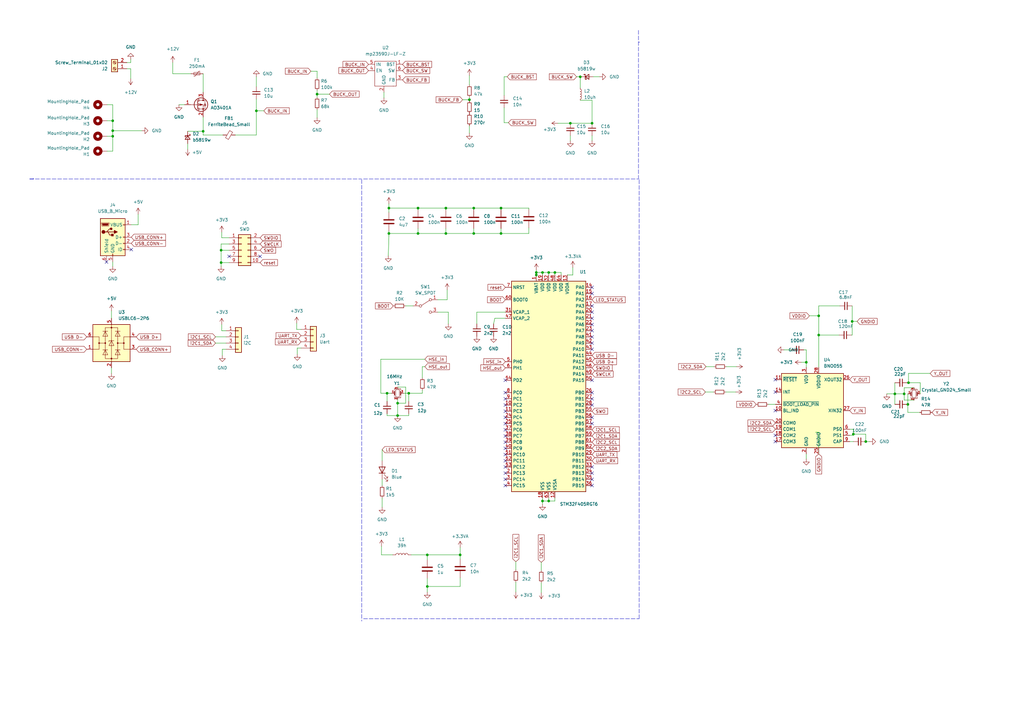
<source format=kicad_sch>
(kicad_sch (version 20211123) (generator eeschema)
  (paper "A3")
  (title_block (date "2022-01-30"))
  (lib_symbols
    (symbol "Connector:Screw_Terminal_01x02" (pin_names (offset 1.016) hide)
      (property "Reference" "J" (at 0 2.54 0))
      (property "Value" "Screw_Terminal_01x02" (at 0 -5.08 0))
      (symbol "Screw_Terminal_01x02_1_1"
        (pin passive line (at -5.08 0 0) (length 3.81) (name "Pin_1") (number "1"))
        (pin passive line (at -5.08 -2.54 0) (length 3.81) (name "Pin_2") (number "2"))
      )
    )
    (symbol "Connector:USB_B_Micro" (pin_names (offset 1.016))
      (property "Reference" "J" (at -5.08 11.43 0))
      (property "Value" "USB_B_Micro" (at -5.08 8.89 0))
      (symbol "USB_B_Micro_1_1"
        (pin power_out line (at 7.62 5.08 180) (length 2.54) (name "VBUS") (number "1"))
        (pin bidirectional line (at 7.62 -2.54 180) (length 2.54) (name "D-") (number "2"))
        (pin bidirectional line (at 7.62 0 180) (length 2.54) (name "D+") (number "3"))
        (pin passive line (at 7.62 -5.08 180) (length 2.54) (name "ID") (number "4"))
        (pin power_out line (at 0 -10.16 90) (length 2.54) (name "GND") (number "5"))
        (pin passive line (at -2.54 -10.16 90) (length 2.54) (name "Shield") (number "6"))
      )
    )
    (symbol "Connector_Generic:Conn_01x04" (pin_names (offset 1.016) hide)
      (property "Reference" "J" (at 0 5.08 0))
      (property "Value" "Conn_01x04" (at 0 -7.62 0))
      (symbol "Conn_01x04_1_1"
        (pin passive line (at -5.08 2.54 0) (length 3.81) (name "Pin_1") (number "1"))
        (pin passive line (at -5.08 0 0) (length 3.81) (name "Pin_2") (number "2"))
        (pin passive line (at -5.08 -2.54 0) (length 3.81) (name "Pin_3") (number "3"))
        (pin passive line (at -5.08 -5.08 0) (length 3.81) (name "Pin_4") (number "4"))
      )
    )
    (symbol "Connector_Generic:Conn_02x05_Odd_Even" (pin_names (offset 1.016) hide)
      (property "Reference" "J" (at 1.27 7.62 0))
      (property "Value" "Conn_02x05_Odd_Even" (at 1.27 -7.62 0))
      (symbol "Conn_02x05_Odd_Even_1_1"
        (pin passive line (at -5.08 5.08 0) (length 3.81) (name "Pin_1") (number "1"))
        (pin passive line (at 7.62 -5.08 180) (length 3.81) (name "Pin_10") (number "10"))
        (pin passive line (at 7.62 5.08 180) (length 3.81) (name "Pin_2") (number "2"))
        (pin passive line (at -5.08 2.54 0) (length 3.81) (name "Pin_3") (number "3"))
        (pin passive line (at 7.62 2.54 180) (length 3.81) (name "Pin_4") (number "4"))
        (pin passive line (at -5.08 0 0) (length 3.81) (name "Pin_5") (number "5"))
        (pin passive line (at 7.62 0 180) (length 3.81) (name "Pin_6") (number "6"))
        (pin passive line (at -5.08 -2.54 0) (length 3.81) (name "Pin_7") (number "7"))
        (pin passive line (at 7.62 -2.54 180) (length 3.81) (name "Pin_8") (number "8"))
        (pin passive line (at -5.08 -5.08 0) (length 3.81) (name "Pin_9") (number "9"))
      )
    )
    (symbol "Device:C" (pin_numbers hide) (pin_names (offset 0.254))
      (property "Reference" "C" (at 0.635 2.54 0))
      (property "Value" "C" (at 0.635 -2.54 0))
      (symbol "C_1_1"
        (pin passive line (at 0 3.81 270) (length 2.794) (name "~") (number "1"))
        (pin passive line (at 0 -3.81 90) (length 2.794) (name "~") (number "2"))
      )
    )
    (symbol "Device:C_Small" (pin_numbers hide) (pin_names (offset 0.254) hide)
      (property "Reference" "C" (at 0.254 1.778 0))
      (property "Value" "C_Small" (at 0.254 -2.032 0))
      (symbol "C_Small_1_1"
        (pin passive line (at 0 2.54 270) (length 2.032) (name "~") (number "1"))
        (pin passive line (at 0 -2.54 90) (length 2.032) (name "~") (number "2"))
      )
    )
    (symbol "Device:Crystal_GND24_Small" (pin_names (offset 1.016) hide)
      (property "Reference" "Y" (at 1.27 4.445 0))
      (property "Value" "Crystal_GND24_Small" (at 1.27 2.54 0))
      (symbol "Crystal_GND24_Small_1_1"
        (pin passive line (at -2.54 0 0) (length 1.27) (name "1") (number "1"))
        (pin passive line (at 0 -2.54 90) (length 0.635) (name "2") (number "2"))
        (pin passive line (at 2.54 0 180) (length 1.27) (name "3") (number "3"))
        (pin passive line (at 0 2.54 270) (length 0.635) (name "4") (number "4"))
      )
    )
    (symbol "Device:D_Schottky_Small" (pin_numbers hide) (pin_names (offset 0.254) hide)
      (property "Reference" "D" (at -1.27 2.032 0))
      (property "Value" "D_Schottky_Small" (at -7.112 -2.032 0))
      (symbol "D_Schottky_Small_1_1"
        (pin passive line (at -2.54 0 0) (length 1.778) (name "K") (number "1"))
        (pin passive line (at 2.54 0 180) (length 1.778) (name "A") (number "2"))
      )
    )
    (symbol "Device:FerriteBead_Small" (pin_numbers hide) (pin_names (offset 0))
      (property "Reference" "FB" (at 1.905 1.27 0))
      (property "Value" "FerriteBead_Small" (at 1.905 -1.27 0))
      (symbol "FerriteBead_Small_1_1"
        (pin passive line (at 0 2.54 270) (length 1.27) (name "~") (number "1"))
        (pin passive line (at 0 -2.54 90) (length 1.27) (name "~") (number "2"))
      )
    )
    (symbol "Device:L" (pin_numbers hide) (pin_names (offset 1.016) hide)
      (property "Reference" "L" (at -1.27 0 90))
      (property "Value" "L" (at 1.905 0 90))
      (symbol "L_1_1"
        (pin passive line (at 0 3.81 270) (length 1.27) (name "1") (number "1"))
        (pin passive line (at 0 -3.81 90) (length 1.27) (name "2") (number "2"))
      )
    )
    (symbol "Device:LED" (pin_numbers hide) (pin_names (offset 1.016) hide)
      (property "Reference" "D" (at 0 2.54 0))
      (property "Value" "LED" (at 0 -2.54 0))
      (symbol "LED_1_1"
        (pin passive line (at -3.81 0 0) (length 2.54) (name "K") (number "1"))
        (pin passive line (at 3.81 0 180) (length 2.54) (name "A") (number "2"))
      )
    )
    (symbol "Device:L_Small" (pin_numbers hide) (pin_names (offset 0.254) hide)
      (property "Reference" "L" (at 0.762 1.016 0))
      (property "Value" "L_Small" (at 0.762 -1.016 0))
      (symbol "L_Small_1_1"
        (pin passive line (at 0 2.54 270) (length 0.508) (name "~") (number "1"))
        (pin passive line (at 0 -2.54 90) (length 0.508) (name "~") (number "2"))
      )
    )
    (symbol "Device:Polyfuse_Small" (pin_numbers hide) (pin_names (offset 0))
      (property "Reference" "F" (at -1.905 0 90))
      (property "Value" "Polyfuse_Small" (at 1.905 0 90))
      (symbol "Polyfuse_Small_1_1"
        (pin passive line (at 0 2.54 270) (length 0.635) (name "~") (number "1"))
        (pin passive line (at 0 -2.54 90) (length 0.635) (name "~") (number "2"))
      )
    )
    (symbol "Device:R_Small" (pin_numbers hide) (pin_names (offset 0.254) hide)
      (property "Reference" "R" (at 0.762 0.508 0))
      (property "Value" "R_Small" (at 0.762 -1.016 0))
      (symbol "R_Small_1_1"
        (pin passive line (at 0 2.54 270) (length 0.762) (name "~") (number "1"))
        (pin passive line (at 0 -2.54 90) (length 0.762) (name "~") (number "2"))
      )
    )
    (symbol "MCU_ST_STM32F4:STM32F405RGTx"
      (property "Reference" "U" (at -15.24 44.45 0))
      (property "Value" "STM32F405RGTx" (at 10.16 44.45 0))
      (symbol "STM32F405RGTx_1_1"
        (pin power_in line (at -5.08 45.72 270) (length 2.54) (name "VBAT") (number "1"))
        (pin bidirectional line (at -17.78 -7.62 0) (length 2.54) (name "PC2") (number "10"))
        (pin bidirectional line (at -17.78 -10.16 0) (length 2.54) (name "PC3") (number "11"))
        (pin power_in line (at 2.54 -45.72 90) (length 2.54) (name "VSSA") (number "12"))
        (pin power_in line (at 7.62 45.72 270) (length 2.54) (name "VDDA") (number "13"))
        (pin bidirectional line (at 17.78 40.64 180) (length 2.54) (name "PA0") (number "14"))
        (pin bidirectional line (at 17.78 38.1 180) (length 2.54) (name "PA1") (number "15"))
        (pin bidirectional line (at 17.78 35.56 180) (length 2.54) (name "PA2") (number "16"))
        (pin bidirectional line (at 17.78 33.02 180) (length 2.54) (name "PA3") (number "17"))
        (pin power_in line (at -2.54 -45.72 90) (length 2.54) (name "VSS") (number "18"))
        (pin power_in line (at -2.54 45.72 270) (length 2.54) (name "VDD") (number "19"))
        (pin bidirectional line (at -17.78 -35.56 0) (length 2.54) (name "PC13") (number "2"))
        (pin bidirectional line (at 17.78 30.48 180) (length 2.54) (name "PA4") (number "20"))
        (pin bidirectional line (at 17.78 27.94 180) (length 2.54) (name "PA5") (number "21"))
        (pin bidirectional line (at 17.78 25.4 180) (length 2.54) (name "PA6") (number "22"))
        (pin bidirectional line (at 17.78 22.86 180) (length 2.54) (name "PA7") (number "23"))
        (pin bidirectional line (at -17.78 -12.7 0) (length 2.54) (name "PC4") (number "24"))
        (pin bidirectional line (at -17.78 -15.24 0) (length 2.54) (name "PC5") (number "25"))
        (pin bidirectional line (at 17.78 -2.54 180) (length 2.54) (name "PB0") (number "26"))
        (pin bidirectional line (at 17.78 -5.08 180) (length 2.54) (name "PB1") (number "27"))
        (pin bidirectional line (at 17.78 -7.62 180) (length 2.54) (name "PB2") (number "28"))
        (pin bidirectional line (at 17.78 -27.94 180) (length 2.54) (name "PB10") (number "29"))
        (pin bidirectional line (at -17.78 -38.1 0) (length 2.54) (name "PC14") (number "3"))
        (pin bidirectional line (at 17.78 -30.48 180) (length 2.54) (name "PB11") (number "30"))
        (pin power_in line (at -17.78 30.48 0) (length 2.54) (name "VCAP_1") (number "31"))
        (pin power_in line (at 0 45.72 270) (length 2.54) (name "VDD") (number "32"))
        (pin bidirectional line (at 17.78 -33.02 180) (length 2.54) (name "PB12") (number "33"))
        (pin bidirectional line (at 17.78 -35.56 180) (length 2.54) (name "PB13") (number "34"))
        (pin bidirectional line (at 17.78 -38.1 180) (length 2.54) (name "PB14") (number "35"))
        (pin bidirectional line (at 17.78 -40.64 180) (length 2.54) (name "PB15") (number "36"))
        (pin bidirectional line (at -17.78 -17.78 0) (length 2.54) (name "PC6") (number "37"))
        (pin bidirectional line (at -17.78 -20.32 0) (length 2.54) (name "PC7") (number "38"))
        (pin bidirectional line (at -17.78 -22.86 0) (length 2.54) (name "PC8") (number "39"))
        (pin bidirectional line (at -17.78 -40.64 0) (length 2.54) (name "PC15") (number "4"))
        (pin bidirectional line (at -17.78 -25.4 0) (length 2.54) (name "PC9") (number "40"))
        (pin bidirectional line (at 17.78 20.32 180) (length 2.54) (name "PA8") (number "41"))
        (pin bidirectional line (at 17.78 17.78 180) (length 2.54) (name "PA9") (number "42"))
        (pin bidirectional line (at 17.78 15.24 180) (length 2.54) (name "PA10") (number "43"))
        (pin bidirectional line (at 17.78 12.7 180) (length 2.54) (name "PA11") (number "44"))
        (pin bidirectional line (at 17.78 10.16 180) (length 2.54) (name "PA12") (number "45"))
        (pin bidirectional line (at 17.78 7.62 180) (length 2.54) (name "PA13") (number "46"))
        (pin power_in line (at -17.78 27.94 0) (length 2.54) (name "VCAP_2") (number "47"))
        (pin power_in line (at 2.54 45.72 270) (length 2.54) (name "VDD") (number "48"))
        (pin bidirectional line (at 17.78 5.08 180) (length 2.54) (name "PA14") (number "49"))
        (pin input line (at -17.78 10.16 0) (length 2.54) (name "PH0") (number "5"))
        (pin bidirectional line (at 17.78 2.54 180) (length 2.54) (name "PA15") (number "50"))
        (pin bidirectional line (at -17.78 -27.94 0) (length 2.54) (name "PC10") (number "51"))
        (pin bidirectional line (at -17.78 -30.48 0) (length 2.54) (name "PC11") (number "52"))
        (pin bidirectional line (at -17.78 -33.02 0) (length 2.54) (name "PC12") (number "53"))
        (pin bidirectional line (at -17.78 2.54 0) (length 2.54) (name "PD2") (number "54"))
        (pin bidirectional line (at 17.78 -10.16 180) (length 2.54) (name "PB3") (number "55"))
        (pin bidirectional line (at 17.78 -12.7 180) (length 2.54) (name "PB4") (number "56"))
        (pin bidirectional line (at 17.78 -15.24 180) (length 2.54) (name "PB5") (number "57"))
        (pin bidirectional line (at 17.78 -17.78 180) (length 2.54) (name "PB6") (number "58"))
        (pin bidirectional line (at 17.78 -20.32 180) (length 2.54) (name "PB7") (number "59"))
        (pin input line (at -17.78 7.62 0) (length 2.54) (name "PH1") (number "6"))
        (pin input line (at -17.78 35.56 0) (length 2.54) (name "BOOT0") (number "60"))
        (pin bidirectional line (at 17.78 -22.86 180) (length 2.54) (name "PB8") (number "61"))
        (pin bidirectional line (at 17.78 -25.4 180) (length 2.54) (name "PB9") (number "62"))
        (pin power_in line (at 0 -45.72 90) (length 2.54) (name "VSS") (number "63"))
        (pin power_in line (at 5.08 45.72 270) (length 2.54) (name "VDD") (number "64"))
        (pin input line (at -17.78 40.64 0) (length 2.54) (name "NRST") (number "7"))
        (pin bidirectional line (at -17.78 -2.54 0) (length 2.54) (name "PC0") (number "8"))
        (pin bidirectional line (at -17.78 -5.08 0) (length 2.54) (name "PC1") (number "9"))
      )
    )
    (symbol "Mechanical:MountingHole_Pad" (pin_numbers hide) (pin_names (offset 1.016) hide)
      (property "Reference" "H" (at 0 6.35 0))
      (property "Value" "MountingHole_Pad" (at 0 4.445 0))
      (symbol "MountingHole_Pad_1_1"
        (pin input line (at 0 -2.54 90) (length 2.54) (name "1") (number "1"))
      )
    )
    (symbol "Power_Protection:USBLC6-2P6" (pin_names hide)
      (property "Reference" "U" (at 2.54 8.89 0))
      (property "Value" "USBLC6-2P6" (at 2.54 -8.89 0))
      (symbol "USBLC6-2P6_1_1"
        (pin passive line (at -10.16 -2.54 0) (length 2.54) (name "I/O1") (number "1"))
        (pin passive line (at 0 -10.16 90) (length 2.54) (name "GND") (number "2"))
        (pin passive line (at 10.16 -2.54 180) (length 2.54) (name "I/O2") (number "3"))
        (pin passive line (at 10.16 2.54 180) (length 2.54) (name "I/O2") (number "4"))
        (pin passive line (at 0 10.16 270) (length 2.54) (name "VBUS") (number "5"))
        (pin passive line (at -10.16 2.54 0) (length 2.54) (name "I/O1") (number "6"))
      )
    )
    (symbol "Sensor_Motion:BNO055"
      (property "Reference" "U?" (at 4.5594 20.828 0))
      (property "Value" "BNO055" (at 4.5594 18.288 0))
      (symbol "BNO055_1_1"
        (pin no_connect line (at -12.7 10.16 0) (length 2.54) hide (name "PIN1") (number "1"))
        (pin output line (at -15.24 0 0) (length 2.54) (name "BL_IND") (number "10"))
        (pin input line (at -15.24 12.7 0) (length 2.54) (name "~{RESET}") (number "11"))
        (pin no_connect line (at 12.7 10.16 180) (length 2.54) hide (name "PIN12") (number "12"))
        (pin no_connect line (at 12.7 7.62 180) (length 2.54) hide (name "PIN13") (number "13"))
        (pin output line (at -15.24 7.62 0) (length 2.54) (name "INT") (number "14"))
        (pin passive line (at 1.27 -8.89 90) (length 2.54) hide (name "GNDIO") (number "16"))
        (pin input line (at -15.24 -12.7 0) (length 2.54) (name "COM3") (number "17"))
        (pin bidirectional line (at -15.24 -10.16 0) (length 2.54) (name "COM2") (number "18"))
        (pin bidirectional line (at -15.24 -7.62 0) (length 2.54) (name "COM1") (number "19"))
        (pin power_in line (at -2.54 -17.78 90) (length 2.54) (name "GND") (number "2"))
        (pin bidirectional line (at -15.24 -5.08 0) (length 2.54) (name "COM0") (number "20"))
        (pin no_connect line (at 12.7 5.08 180) (length 2.54) hide (name "PIN21") (number "21"))
        (pin no_connect line (at 12.7 2.54 180) (length 2.54) hide (name "PIN22") (number "22"))
        (pin no_connect line (at 12.7 -2.54 180) (length 2.54) hide (name "PIN23") (number "23"))
        (pin no_connect line (at 12.7 -5.08 180) (length 2.54) hide (name "PIN24") (number "24"))
        (pin power_in line (at 2.54 -17.78 90) (length 2.54) (name "GNDIO") (number "25"))
        (pin output line (at 15.24 12.7 180) (length 2.54) (name "XOUT32") (number "26"))
        (pin input line (at 15.24 0 180) (length 2.54) (name "XIN32") (number "27"))
        (pin power_in line (at 2.54 17.78 270) (length 2.54) (name "VDDIO") (number "28"))
        (pin power_in line (at -2.54 17.78 270) (length 2.54) (name "VDD") (number "3"))
        (pin input line (at -15.24 2.54 0) (length 2.54) (name "~{BOOT_LOAD_PIN}") (number "4"))
        (pin input line (at 15.24 -10.16 180) (length 2.54) (name "PS1") (number "5"))
        (pin input line (at 15.24 -7.62 180) (length 2.54) (name "PS0") (number "6"))
        (pin no_connect line (at -12.7 5.08 0) (length 2.54) hide (name "PIN7") (number "7"))
        (pin no_connect line (at -12.7 -2.54 0) (length 2.54) hide (name "PIN8") (number "8"))
        (pin passive line (at 15.24 -12.7 180) (length 2.54) (name "CAP") (number "9"))
      )
    )
    (symbol "Switch:SW_SPDT" (pin_names (offset 0) hide)
      (property "Reference" "SW" (at 0 4.318 0))
      (property "Value" "SW_SPDT" (at 0 -5.08 0))
      (symbol "SW_SPDT_1_1"
        (pin passive line (at 5.08 2.54 180) (length 2.54) (name "A") (number "1"))
        (pin passive line (at -5.08 0 0) (length 2.54) (name "B") (number "2"))
        (pin passive line (at 5.08 -2.54 180) (length 2.54) (name "C") (number "3"))
      )
    )
    (symbol "Transistor_FET:AO3401A" (pin_names hide)
      (property "Reference" "Q" (at 5.08 1.905 0))
      (property "Value" "AO3401A" (at 5.08 0 0))
      (symbol "AO3401A_1_1"
        (pin input line (at -5.08 0 0) (length 2.54) (name "G") (number "1"))
        (pin passive line (at 2.54 -5.08 90) (length 2.54) (name "S") (number "2"))
        (pin passive line (at 2.54 5.08 270) (length 2.54) (name "D") (number "3"))
      )
    )
    (symbol "mp2359:mp2359DJ-LF-Z" (in_bom no)
      (property "Reference" "U" (at -5.08 10.16 0))
      (property "Value" "mp2359DJ-LF-Z" (at -2.54 7.62 0))
      (symbol "mp2359DJ-LF-Z_1_1"
        (pin input line (at 7.62 3.81 180) (length 2.54) (name "BST") (number "1"))
        (pin input line (at 0 -7.62 90) (length 2.54) (name "GND") (number "2"))
        (pin input line (at 7.62 -2.54 180) (length 2.54) (name "FB") (number "3"))
        (pin input line (at -6.35 1.27 0) (length 2.54) (name "EN") (number "4"))
        (pin input line (at -6.35 3.81 0) (length 2.54) (name "IN") (number "5"))
        (pin input line (at 7.62 1.27 180) (length 2.54) (name "SW") (number "6"))
      )
    )
    (symbol "power:+12V" (power) (pin_names (offset 0))
      (property "Value" "+12V" (at 0 3.556 0))
      (symbol "+12V_1_1"
        (pin power_in line (at 0 0 90) (length 0) hide (name "+12V") (number "1"))
      )
    )
    (symbol "power:+3.3V" (power) (pin_names (offset 0))
      (property "Value" "+3.3V" (at 0 3.556 0))
      (symbol "+3.3V_1_1"
        (pin power_in line (at 0 0 90) (length 0) hide (name "+3V3") (number "1"))
      )
    )
    (symbol "power:+3.3VA" (power) (pin_names (offset 0))
      (property "Value" "+3.3VA" (at 0 3.556 0))
      (symbol "+3.3VA_1_1"
        (pin power_in line (at 0 0 90) (length 0) hide (name "+3.3VA") (number "1"))
      )
    )
    (symbol "power:+5V" (power) (pin_names (offset 0))
      (property "Value" "+5V" (at 0 3.556 0))
      (symbol "+5V_1_1"
        (pin power_in line (at 0 0 90) (length 0) hide (name "+5V") (number "1"))
      )
    )
    (symbol "power:GND" (power) (pin_names (offset 0))
      (property "Value" "GND" (at 0 -3.81 0))
      (symbol "GND_1_1"
        (pin power_in line (at 0 0 270) (length 0) hide (name "GND") (number "1"))
      )
    )
  )
  (junction (at 219.964 111.76))
  (junction (at 194.31 95.758))
  (junction (at 367.03 161.544))
  (junction (at 171.45 85.344))
  (junction (at 90.678 107.696))
  (junction (at 350.012 178.054))
  (junction (at 46.228 55.88))
  (junction (at 171.45 95.758))
  (junction (at 194.31 85.344))
  (junction (at 105.156 45.466))
  (junction (at 372.364 165.862))
  (junction (at 335.788 129.54))
  (junction (at 192.532 40.894))
  (junction (at 349.504 131.826))
  (junction (at 163.068 165.354))
  (junction (at 175.26 227.584))
  (junction (at 130.048 38.608))
  (junction (at 188.722 227.584))
  (junction (at 233.934 50.546))
  (junction (at 242.824 50.546))
  (junction (at 227.584 111.76))
  (junction (at 370.84 161.544))
  (junction (at 372.618 156.972))
  (junction (at 83.312 53.848))
  (junction (at 46.228 53.594))
  (junction (at 219.964 112.776))
  (junction (at 175.26 240.538))
  (junction (at 237.998 31.496))
  (junction (at 167.64 161.29))
  (junction (at 158.75 161.29))
  (junction (at 205.486 95.758))
  (junction (at 90.678 102.616))
  (junction (at 159.512 85.344))
  (junction (at 225.044 111.76))
  (junction (at 182.88 95.758))
  (junction (at 225.044 205.486))
  (junction (at 163.068 170.434))
  (junction (at 335.788 137.414))
  (junction (at 159.512 95.758))
  (junction (at 355.092 181.102))
  (junction (at 205.486 85.344))
  (junction (at 222.504 205.486))
  (junction (at 330.708 148.59))
  (junction (at 222.504 111.76))
  (junction (at 46.228 49.53))
  (junction (at 182.88 85.344))
  (no_connect (at 207.264 183.896))
  (no_connect (at 207.264 168.656))
  (no_connect (at 207.264 188.976))
  (no_connect (at 242.824 199.136))
  (no_connect (at 242.824 155.956))
  (no_connect (at 207.264 155.956))
  (no_connect (at 318.008 160.782))
  (no_connect (at 318.008 155.702))
  (no_connect (at 318.008 168.402))
  (no_connect (at 318.008 181.102))
  (no_connect (at 318.008 178.562))
  (no_connect (at 207.264 194.056))
  (no_connect (at 207.264 186.436))
  (no_connect (at 207.264 181.356))
  (no_connect (at 43.688 107.442))
  (no_connect (at 207.264 178.816))
  (no_connect (at 207.264 173.736))
  (no_connect (at 207.264 199.136))
  (no_connect (at 106.68 105.156))
  (no_connect (at 207.264 163.576))
  (no_connect (at 93.98 105.156))
  (no_connect (at 207.264 196.596))
  (no_connect (at 53.848 102.362))
  (no_connect (at 207.264 191.516))
  (no_connect (at 207.264 176.276))
  (no_connect (at 242.824 173.736))
  (no_connect (at 242.824 117.856))
  (no_connect (at 242.824 120.396))
  (no_connect (at 242.824 125.476))
  (no_connect (at 242.824 128.016))
  (no_connect (at 242.824 130.556))
  (no_connect (at 242.824 133.096))
  (no_connect (at 242.824 135.636))
  (no_connect (at 242.824 138.176))
  (no_connect (at 242.824 140.716))
  (no_connect (at 242.824 143.256))
  (no_connect (at 242.824 161.036))
  (no_connect (at 242.824 163.576))
  (no_connect (at 242.824 166.116))
  (no_connect (at 242.824 171.196))
  (no_connect (at 242.824 191.516))
  (no_connect (at 242.824 194.056))
  (no_connect (at 242.824 196.596))
  (no_connect (at 207.264 161.036))
  (no_connect (at 207.264 171.196))
  (no_connect (at 207.264 166.116))
  (wire (pts (xy 163.068 163.83) (xy 163.068 165.354)))
  (wire (pts (xy 367.03 161.544) (xy 367.03 165.862)))
  (wire (pts (xy 348.488 181.102) (xy 350.012 181.102)))
  (wire (pts (xy 216.916 85.344) (xy 216.916 85.852)))
  (wire (pts (xy 175.26 237.236) (xy 175.26 240.538)))
  (wire (pts (xy 188.722 224.536) (xy 188.722 227.584)))
  (wire (pts (xy 228.854 50.546) (xy 233.934 50.546)))
  (wire (pts (xy 175.26 240.538) (xy 175.26 242.824)))
  (wire (pts (xy 234.95 109.728) (xy 234.95 112.776)))
  (wire (pts (xy 221.996 239.014) (xy 221.996 243.078)))
  (wire (pts (xy 242.824 50.546) (xy 242.824 41.148)))
  (wire (pts (xy 163.068 165.354) (xy 163.068 170.434)))
  (wire (pts (xy 189.738 40.894) (xy 192.532 40.894)))
  (wire (pts (xy 194.31 85.344) (xy 205.486 85.344)))
  (wire (pts (xy 70.866 25.654) (xy 70.866 30.226)))
  (wire (pts (xy 156.464 227.584) (xy 161.036 227.584)))
  (wire (pts (xy 192.532 30.988) (xy 192.532 34.798)))
  (wire (pts (xy 330.708 143.51) (xy 329.692 143.51)))
  (wire (pts (xy 206.756 31.496) (xy 208.026 31.496)))
  (wire (pts (xy 349.504 125.476) (xy 349.504 131.826)))
  (wire (pts (xy 349.504 131.826) (xy 351.536 131.826)))
  (wire (pts (xy 233.934 50.546) (xy 242.824 50.546)))
  (wire (pts (xy 159.512 85.344) (xy 171.45 85.344)))
  (wire (pts (xy 46.228 55.88) (xy 43.942 55.88)))
  (wire (pts (xy 83.312 30.226) (xy 83.312 37.846)))
  (wire (pts (xy 334.518 177.292) (xy 335.788 177.292)))
  (wire (pts (xy 159.512 95.758) (xy 159.512 96.774)))
  (wire (pts (xy 289.56 150.368) (xy 292.862 150.368)))
  (wire (pts (xy 202.438 132.842) (xy 202.946 130.556)))
  (wire (pts (xy 158.75 161.29) (xy 158.75 164.592)))
  (wire (pts (xy 156.718 184.404) (xy 156.718 188.976)))
  (wire (pts (xy 348.488 176.022) (xy 350.012 176.022)))
  (wire (pts (xy 52.07 25.654) (xy 53.594 25.654)))
  (wire (pts (xy 167.64 161.29) (xy 173.228 161.29)))
  (wire (pts (xy 370.84 159.004) (xy 370.84 161.544)))
  (wire (pts (xy 156.21 147.32) (xy 156.21 161.29)))
  (wire (pts (xy 205.486 85.344) (xy 216.916 85.344)))
  (wire (pts (xy 233.934 55.626) (xy 233.934 57.658)))
  (wire (pts (xy 58.166 53.594) (xy 46.228 53.594)))
  (wire (pts (xy 219.964 110.744) (xy 219.964 111.76)))
  (wire (pts (xy 90.678 107.696) (xy 90.678 102.616)))
  (wire (pts (xy 227.584 111.76) (xy 227.584 112.776)))
  (wire (pts (xy 206.756 44.196) (xy 206.756 50.292)))
  (wire (pts (xy 194.31 95.758) (xy 205.486 95.758)))
  (wire (pts (xy 171.45 85.344) (xy 171.45 86.106)))
  (wire (pts (xy 222.504 111.76) (xy 222.504 112.776)))
  (wire (pts (xy 90.932 135.636) (xy 90.932 133.096)))
  (wire (pts (xy 163.068 158.75) (xy 166.37 158.75)))
  (wire (pts (xy 174.244 147.32) (xy 156.21 147.32)))
  (wire (pts (xy 321.564 143.51) (xy 324.612 143.51)))
  (wire (pts (xy 192.532 39.878) (xy 192.532 40.894)))
  (wire (pts (xy 160.528 161.29) (xy 158.75 161.29)))
  (wire (pts (xy 227.584 111.76) (xy 230.124 111.76)))
  (wire (pts (xy 46.228 42.926) (xy 46.228 49.53)))
  (wire (pts (xy 206.756 39.116) (xy 206.756 31.496)))
  (wire (pts (xy 92.71 135.636) (xy 90.932 135.636)))
  (wire (pts (xy 225.044 204.216) (xy 225.044 205.486)))
  (wire (pts (xy 88.392 140.716) (xy 92.71 140.716)))
  (wire (pts (xy 230.124 111.76) (xy 230.124 112.776)))
  (wire (pts (xy 46.228 55.88) (xy 46.228 61.976)))
  (wire (pts (xy 372.364 165.862) (xy 372.11 165.862)))
  (wire (pts (xy 90.932 97.536) (xy 90.932 95.25)))
  (wire (pts (xy 315.214 165.862) (xy 318.008 165.862)))
  (wire (pts (xy 182.88 95.758) (xy 194.31 95.758)))
  (wire (pts (xy 83.312 55.372) (xy 91.44 55.372)))
  (wire (pts (xy 188.722 236.982) (xy 188.722 240.538)))
  (polyline (pts (xy 261.874 17.272) (xy 262.382 17.272)))
  (wire (pts (xy 349.504 131.826) (xy 349.504 137.414)))
  (wire (pts (xy 335.788 125.476) (xy 344.424 125.476)))
  (wire (pts (xy 130.048 29.21) (xy 127.508 29.21)))
  (wire (pts (xy 158.75 170.434) (xy 163.068 170.434)))
  (wire (pts (xy 121.92 145.288) (xy 121.92 142.748)))
  (wire (pts (xy 222.504 205.486) (xy 225.044 205.486)))
  (wire (pts (xy 171.45 93.726) (xy 171.45 95.758)))
  (wire (pts (xy 297.688 160.782) (xy 301.752 160.782)))
  (wire (pts (xy 182.88 85.344) (xy 194.31 85.344)))
  (wire (pts (xy 222.504 204.216) (xy 222.504 205.486)))
  (wire (pts (xy 46.228 49.53) (xy 43.942 49.53)))
  (polyline (pts (xy 261.874 12.446) (xy 261.874 73.152)))
  (wire (pts (xy 76.962 58.928) (xy 76.962 61.214)))
  (wire (pts (xy 83.312 48.006) (xy 83.312 53.848)))
  (wire (pts (xy 222.504 205.486) (xy 222.504 206.756)))
  (wire (pts (xy 167.64 161.29) (xy 167.64 164.592)))
  (wire (pts (xy 167.64 169.672) (xy 167.64 170.434)))
  (wire (pts (xy 335.788 137.414) (xy 335.788 150.622)))
  (wire (pts (xy 344.17 137.414) (xy 335.788 137.414)))
  (wire (pts (xy 348.488 178.562) (xy 350.012 178.562)))
  (polyline (pts (xy 149.098 73.406) (xy 262.128 73.406)))
  (wire (pts (xy 335.788 125.476) (xy 335.788 129.54)))
  (wire (pts (xy 236.474 31.496) (xy 237.998 31.496)))
  (wire (pts (xy 372.618 156.972) (xy 377.444 156.972)))
  (wire (pts (xy 105.156 55.372) (xy 96.52 55.372)))
  (wire (pts (xy 175.26 229.616) (xy 175.26 227.584)))
  (wire (pts (xy 91.186 145.796) (xy 91.186 143.256)))
  (wire (pts (xy 121.666 135.128) (xy 121.666 132.588)))
  (wire (pts (xy 225.044 111.76) (xy 227.584 111.76)))
  (wire (pts (xy 297.942 150.368) (xy 302.006 150.368)))
  (polyline (pts (xy 149.098 253.746) (xy 262.128 253.746)))
  (wire (pts (xy 156.464 224.028) (xy 156.464 227.584)))
  (wire (pts (xy 330.708 150.622) (xy 330.708 148.59)))
  (wire (pts (xy 237.998 31.496) (xy 237.998 36.068)))
  (wire (pts (xy 159.512 95.758) (xy 171.45 95.758)))
  (wire (pts (xy 194.31 93.726) (xy 194.31 95.758)))
  (wire (pts (xy 192.532 40.894) (xy 192.532 41.402)))
  (wire (pts (xy 242.824 41.148) (xy 237.998 41.148)))
  (wire (pts (xy 370.84 161.544) (xy 370.84 164.084)))
  (wire (pts (xy 167.64 170.434) (xy 163.068 170.434)))
  (polyline (pts (xy 148.336 73.66) (xy 148.336 254.762)))
  (wire (pts (xy 158.75 169.672) (xy 158.75 170.434)))
  (wire (pts (xy 350.012 176.022) (xy 350.012 178.054)))
  (wire (pts (xy 381.508 153.162) (xy 372.618 153.162)))
  (wire (pts (xy 88.392 138.176) (xy 92.71 138.176)))
  (wire (pts (xy 188.722 227.584) (xy 188.722 229.362)))
  (wire (pts (xy 225.044 205.486) (xy 227.584 205.486)))
  (wire (pts (xy 206.756 50.292) (xy 208.534 50.292)))
  (wire (pts (xy 372.364 161.544) (xy 372.364 165.862)))
  (wire (pts (xy 83.312 53.848) (xy 83.312 55.372)))
  (wire (pts (xy 372.11 156.972) (xy 372.618 156.972)))
  (wire (pts (xy 53.848 92.202) (xy 56.642 92.202)))
  (wire (pts (xy 166.37 125.476) (xy 169.418 125.476)))
  (wire (pts (xy 91.186 143.256) (xy 92.71 143.256)))
  (wire (pts (xy 211.582 238.76) (xy 211.582 242.824)))
  (wire (pts (xy 227.584 205.486) (xy 227.584 204.216)))
  (wire (pts (xy 179.578 122.936) (xy 183.388 122.936)))
  (wire (pts (xy 43.942 42.926) (xy 46.228 42.926)))
  (wire (pts (xy 243.332 31.496) (xy 245.872 31.496)))
  (wire (pts (xy 202.946 130.556) (xy 207.264 130.556)))
  (wire (pts (xy 219.964 111.76) (xy 219.964 112.776)))
  (wire (pts (xy 331.978 129.54) (xy 335.788 129.54)))
  (wire (pts (xy 46.228 61.976) (xy 43.942 61.976)))
  (wire (pts (xy 168.656 227.584) (xy 175.26 227.584)))
  (wire (pts (xy 90.678 102.616) (xy 90.678 100.076)))
  (wire (pts (xy 205.486 85.344) (xy 205.486 86.106)))
  (wire (pts (xy 182.88 93.726) (xy 182.88 95.758)))
  (wire (pts (xy 130.048 44.958) (xy 130.048 48.26)))
  (wire (pts (xy 156.21 161.29) (xy 158.75 161.29)))
  (wire (pts (xy 166.37 158.75) (xy 166.37 165.354)))
  (polyline (pts (xy 12.192 73.406) (xy 13.716 73.406)))
  (wire (pts (xy 355.092 181.102) (xy 356.616 181.102)))
  (wire (pts (xy 173.228 154.94) (xy 173.228 150.368)))
  (wire (pts (xy 56.642 92.202) (xy 56.642 87.884)))
  (wire (pts (xy 123.444 135.128) (xy 121.666 135.128)))
  (polyline (pts (xy 13.716 73.406) (xy 13.716 73.152)))
  (wire (pts (xy 45.72 150.876) (xy 45.72 153.162)))
  (wire (pts (xy 205.486 93.726) (xy 205.486 95.758)))
  (wire (pts (xy 225.044 111.76) (xy 225.044 112.776)))
  (wire (pts (xy 46.228 53.594) (xy 46.228 55.88)))
  (wire (pts (xy 207.264 128.016) (xy 195.58 128.016)))
  (wire (pts (xy 219.964 111.76) (xy 222.504 111.76)))
  (wire (pts (xy 330.708 148.59) (xy 330.708 143.51)))
  (wire (pts (xy 46.228 49.53) (xy 46.228 53.594)))
  (wire (pts (xy 90.678 109.22) (xy 90.678 107.696)))
  (wire (pts (xy 179.578 128.016) (xy 183.896 128.016)))
  (wire (pts (xy 349.504 137.414) (xy 349.25 137.414)))
  (wire (pts (xy 165.608 161.29) (xy 167.64 161.29)))
  (wire (pts (xy 182.88 85.344) (xy 182.88 86.106)))
  (wire (pts (xy 363.728 161.544) (xy 367.03 161.544)))
  (wire (pts (xy 130.048 38.608) (xy 130.048 39.878)))
  (wire (pts (xy 93.98 97.536) (xy 90.932 97.536)))
  (wire (pts (xy 173.228 160.02) (xy 173.228 161.29)))
  (wire (pts (xy 130.048 38.608) (xy 135.128 38.608)))
  (wire (pts (xy 328.676 148.59) (xy 330.708 148.59)))
  (wire (pts (xy 53.594 25.654) (xy 53.594 24.384)))
  (wire (pts (xy 355.092 181.102) (xy 355.092 178.054)))
  (wire (pts (xy 173.228 150.368) (xy 174.244 150.368)))
  (wire (pts (xy 175.26 240.538) (xy 188.722 240.538)))
  (wire (pts (xy 237.998 31.496) (xy 238.252 31.496)))
  (wire (pts (xy 171.45 95.758) (xy 182.88 95.758)))
  (wire (pts (xy 183.896 128.016) (xy 183.896 132.842)))
  (wire (pts (xy 367.03 161.544) (xy 370.84 161.544)))
  (wire (pts (xy 242.824 55.626) (xy 242.824 57.658)))
  (wire (pts (xy 156.718 196.596) (xy 156.718 199.136)))
  (wire (pts (xy 289.306 160.782) (xy 292.608 160.782)))
  (wire (pts (xy 90.678 102.616) (xy 93.98 102.616)))
  (wire (pts (xy 105.156 45.466) (xy 108.204 45.466)))
  (wire (pts (xy 159.512 83.566) (xy 159.512 85.344)))
  (wire (pts (xy 370.84 164.084) (xy 374.904 164.084)))
  (wire (pts (xy 171.45 85.344) (xy 182.88 85.344)))
  (wire (pts (xy 175.26 227.584) (xy 188.722 227.584)))
  (wire (pts (xy 183.388 122.936) (xy 183.388 118.872)))
  (wire (pts (xy 73.406 42.926) (xy 75.692 42.926)))
  (wire (pts (xy 372.364 165.862) (xy 372.364 169.164)))
  (wire (pts (xy 194.31 85.344) (xy 194.31 86.106)))
  (wire (pts (xy 350.012 178.054) (xy 350.012 178.562)))
  (wire (pts (xy 211.582 230.378) (xy 211.582 233.68)))
  (wire (pts (xy 159.512 85.344) (xy 159.512 87.122)))
  (wire (pts (xy 130.048 32.004) (xy 130.048 29.21)))
  (wire (pts (xy 76.962 53.848) (xy 83.312 53.848)))
  (wire (pts (xy 234.95 112.776) (xy 232.664 112.776)))
  (wire (pts (xy 222.504 111.76) (xy 225.044 111.76)))
  (wire (pts (xy 121.92 142.748) (xy 123.444 142.748)))
  (wire (pts (xy 45.72 127.508) (xy 45.72 130.556)))
  (wire (pts (xy 335.788 177.292) (xy 335.788 186.182)))
  (wire (pts (xy 367.03 156.972) (xy 367.03 161.544)))
  (wire (pts (xy 90.678 107.696) (xy 93.98 107.696)))
  (wire (pts (xy 205.486 95.758) (xy 216.916 95.758)))
  (wire (pts (xy 335.788 129.54) (xy 335.788 137.414)))
  (wire (pts (xy 159.512 96.774) (xy 159.258 104.902)))
  (wire (pts (xy 70.866 30.226) (xy 78.232 30.226)))
  (wire (pts (xy 105.156 45.466) (xy 105.156 55.372)))
  (wire (pts (xy 53.594 28.194) (xy 53.594 32.258)))
  (wire (pts (xy 374.904 159.004) (xy 370.84 159.004)))
  (wire (pts (xy 156.718 204.216) (xy 156.718 208.026)))
  (wire (pts (xy 372.618 153.162) (xy 372.618 156.972)))
  (wire (pts (xy 221.996 230.632) (xy 221.996 233.934)))
  (wire (pts (xy 163.068 165.354) (xy 166.37 165.354)))
  (wire (pts (xy 355.092 178.054) (xy 350.012 178.054)))
  (wire (pts (xy 46.228 107.442) (xy 46.228 109.22)))
  (wire (pts (xy 219.964 112.776) (xy 219.964 113.03)))
  (wire (pts (xy 377.444 156.972) (xy 377.444 161.544)))
  (wire (pts (xy 52.07 28.194) (xy 53.594 28.194)))
  (wire (pts (xy 105.156 40.64) (xy 105.156 45.466)))
  (wire (pts (xy 195.58 128.016) (xy 195.58 132.842)))
  (wire (pts (xy 90.678 100.076) (xy 93.98 100.076)))
  (wire (pts (xy 192.532 51.562) (xy 192.532 54.61)))
  (wire (pts (xy 330.708 186.182) (xy 330.708 188.214)))
  (wire (pts (xy 105.156 31.496) (xy 105.156 35.56)))
  (wire (pts (xy 157.48 37.846) (xy 157.48 40.132)))
  (polyline (pts (xy 12.192 73.406) (xy 148.336 73.406)))
  (wire (pts (xy 377.19 169.164) (xy 372.364 169.164)))
  (wire (pts (xy 130.048 37.084) (xy 130.048 38.608)))
  (wire (pts (xy 216.916 95.758) (xy 216.916 93.472)))
  (polyline (pts (xy 262.128 253.746) (xy 262.128 73.406)))
  (wire (pts (xy 159.512 94.742) (xy 159.512 95.758)))
  (global_label "UART_TX" (shape input) (at 123.444 137.668 180) (property "Intersheet References" "${INTERSHEET_REFS}" (effects hide)))
  (global_label "USB_CONN-" (shape input) (at 53.848 99.822 0) (property "Intersheet References" "${INTERSHEET_REFS}" (effects hide)))
  (global_label "SWO" (shape input) (at 242.824 168.656 0) (property "Intersheet References" "${INTERSHEET_REFS}" (effects hide)))
  (global_label "BUCK_FB" (shape input) (at 165.1 32.766 0) (property "Intersheet References" "${INTERSHEET_REFS}" (effects hide)))
  (global_label "i2C2_SCL" (shape input) (at 242.824 181.356 0) (property "Intersheet References" "${INTERSHEET_REFS}" (effects hide)))
  (global_label "BUCK_OUT" (shape input) (at 151.13 28.956 180) (property "Intersheet References" "${INTERSHEET_REFS}" (effects hide)))
  (global_label "reset" (shape input) (at 207.264 117.856 180) (property "Intersheet References" "${INTERSHEET_REFS}" (effects hide)))
  (global_label "i2C2_SDA" (shape input) (at 318.008 173.482 180) (property "Intersheet References" "${INTERSHEET_REFS}" (effects hide)))
  (global_label "USB_CONN-" (shape input) (at 35.56 143.256 180) (property "Intersheet References" "${INTERSHEET_REFS}" (effects hide)))
  (global_label "i2C2_SDA" (shape input) (at 289.56 150.368 180) (property "Intersheet References" "${INTERSHEET_REFS}" (effects hide)))
  (global_label "GNDIO" (shape input) (at 335.788 186.182 270) (property "Intersheet References" "${INTERSHEET_REFS}" (effects hide)))
  (global_label "i2C2_SCL" (shape input) (at 318.008 176.022 180) (property "Intersheet References" "${INTERSHEET_REFS}" (effects hide)))
  (global_label "reset" (shape input) (at 106.68 107.696 0) (property "Intersheet References" "${INTERSHEET_REFS}" (effects hide)))
  (global_label "VDDIO" (shape input) (at 331.978 129.54 180) (property "Intersheet References" "${INTERSHEET_REFS}" (effects hide)))
  (global_label "BOOT" (shape input) (at 161.29 125.476 180) (property "Intersheet References" "${INTERSHEET_REFS}" (effects hide)))
  (global_label "SWCLK" (shape input) (at 106.68 100.076 0) (property "Intersheet References" "${INTERSHEET_REFS}" (effects hide)))
  (global_label "USB_CONN+" (shape input) (at 55.88 143.256 0) (property "Intersheet References" "${INTERSHEET_REFS}" (effects hide)))
  (global_label "SWO" (shape input) (at 106.68 102.616 0) (property "Intersheet References" "${INTERSHEET_REFS}" (effects hide)))
  (global_label "Y_OUT" (shape input) (at 381.508 153.162 0) (property "Intersheet References" "${INTERSHEET_REFS}" (effects hide)))
  (global_label "LED_STATUS" (shape input) (at 156.718 184.404 0) (property "Intersheet References" "${INTERSHEET_REFS}" (effects hide)))
  (global_label "USB D+" (shape input) (at 242.824 148.336 0) (property "Intersheet References" "${INTERSHEET_REFS}" (effects hide)))
  (global_label "Y_OUT" (shape input) (at 348.488 155.702 0) (property "Intersheet References" "${INTERSHEET_REFS}" (effects hide)))
  (global_label "BUCK_IN" (shape input) (at 108.204 45.466 0) (property "Intersheet References" "${INTERSHEET_REFS}" (effects hide)))
  (global_label "BUCK_OUT" (shape input) (at 135.128 38.608 0) (property "Intersheet References" "${INTERSHEET_REFS}" (effects hide)))
  (global_label "SWCLK" (shape input) (at 242.824 153.416 0) (property "Intersheet References" "${INTERSHEET_REFS}" (effects hide)))
  (global_label "BUCK_SW" (shape input) (at 165.1 28.956 0) (property "Intersheet References" "${INTERSHEET_REFS}" (effects hide)))
  (global_label "BUCK_IN" (shape input) (at 127.508 29.21 180) (property "Intersheet References" "${INTERSHEET_REFS}" (effects hide)))
  (global_label "UART_RX" (shape input) (at 123.444 140.208 180) (property "Intersheet References" "${INTERSHEET_REFS}" (effects hide)))
  (global_label "BUCK_BST" (shape input) (at 208.026 31.496 0) (property "Intersheet References" "${INTERSHEET_REFS}" (effects hide)))
  (global_label "BUCK_IN" (shape input) (at 151.13 26.416 180) (property "Intersheet References" "${INTERSHEET_REFS}" (effects hide)))
  (global_label "USB_CONN+" (shape input) (at 53.848 97.282 0) (property "Intersheet References" "${INTERSHEET_REFS}" (effects hide)))
  (global_label "HSE_out" (shape input) (at 207.264 150.876 180) (property "Intersheet References" "${INTERSHEET_REFS}" (effects hide)))
  (global_label "Y_IN" (shape input) (at 348.488 168.402 0) (property "Intersheet References" "${INTERSHEET_REFS}" (effects hide)))
  (global_label "LED_STATUS" (shape input) (at 242.824 122.936 0) (property "Intersheet References" "${INTERSHEET_REFS}" (effects hide)))
  (global_label "i2C1_SCL" (shape input) (at 211.582 230.378 90) (property "Intersheet References" "${INTERSHEET_REFS}" (effects hide)))
  (global_label "i2C1_SCL" (shape input) (at 88.392 138.176 180) (property "Intersheet References" "${INTERSHEET_REFS}" (effects hide)))
  (global_label "UART_RX" (shape input) (at 242.824 188.976 0) (property "Intersheet References" "${INTERSHEET_REFS}" (effects hide)))
  (global_label "USB D-" (shape input) (at 242.824 145.796 0) (property "Intersheet References" "${INTERSHEET_REFS}" (effects hide)))
  (global_label "BUCK_BST" (shape input) (at 165.1 26.416 0) (property "Intersheet References" "${INTERSHEET_REFS}" (effects hide)))
  (global_label "i2C2_SDA" (shape input) (at 242.824 183.896 0) (property "Intersheet References" "${INTERSHEET_REFS}" (effects hide)))
  (global_label "BOOT" (shape input) (at 207.264 122.936 180) (property "Intersheet References" "${INTERSHEET_REFS}" (effects hide)))
  (global_label "SWDIO" (shape input) (at 242.824 150.876 0) (property "Intersheet References" "${INTERSHEET_REFS}" (effects hide)))
  (global_label "i2C1_SDA" (shape input) (at 221.996 230.632 90) (property "Intersheet References" "${INTERSHEET_REFS}" (effects hide)))
  (global_label "BUCK_SW" (shape input) (at 236.474 31.496 180) (property "Intersheet References" "${INTERSHEET_REFS}" (effects hide)))
  (global_label "UART_TX" (shape input) (at 242.824 186.436 0) (property "Intersheet References" "${INTERSHEET_REFS}" (effects hide)))
  (global_label "i2C1_SCL" (shape input) (at 242.824 176.276 0) (property "Intersheet References" "${INTERSHEET_REFS}" (effects hide)))
  (global_label "i2C1_SDA" (shape input) (at 242.824 178.816 0) (property "Intersheet References" "${INTERSHEET_REFS}" (effects hide)))
  (global_label "VDDIO" (shape input) (at 310.134 165.862 180) (property "Intersheet References" "${INTERSHEET_REFS}" (effects hide)))
  (global_label "BUCK_SW" (shape input) (at 208.534 50.292 0) (property "Intersheet References" "${INTERSHEET_REFS}" (effects hide)))
  (global_label "HSE_in" (shape input) (at 207.264 148.336 180) (property "Intersheet References" "${INTERSHEET_REFS}" (effects hide)))
  (global_label "Y_IN" (shape input) (at 382.27 169.164 0) (property "Intersheet References" "${INTERSHEET_REFS}" (effects hide)))
  (global_label "SWDIO" (shape input) (at 106.68 97.536 0) (property "Intersheet References" "${INTERSHEET_REFS}" (effects hide)))
  (global_label "USB D-" (shape input) (at 35.56 138.176 180) (property "Intersheet References" "${INTERSHEET_REFS}" (effects hide)))
  (global_label "BUCK_FB" (shape input) (at 189.738 40.894 180) (property "Intersheet References" "${INTERSHEET_REFS}" (effects hide)))
  (global_label "HSE_out" (shape input) (at 174.244 150.368 0) (property "Intersheet References" "${INTERSHEET_REFS}" (effects hide)))
  (global_label "USB D+" (shape input) (at 55.88 138.176 0) (property "Intersheet References" "${INTERSHEET_REFS}" (effects hide)))
  (global_label "i2C1_SDA" (shape input) (at 88.392 140.716 180) (property "Intersheet References" "${INTERSHEET_REFS}" (effects hide)))
  (global_label "HSE_in" (shape input) (at 174.244 147.32 0) (property "Intersheet References" "${INTERSHEET_REFS}" (effects hide)))
  (global_label "GNDIO" (shape input) (at 351.536 131.826 0) (property "Intersheet References" "${INTERSHEET_REFS}" (effects hide)))
  (global_label "i2C2_SCL" (shape input) (at 289.306 160.782 180) (property "Intersheet References" "${INTERSHEET_REFS}" (effects hide)))
  (symbol (lib_id "Device:Crystal_GND24_Small") (at 374.904 161.544 0) (unit 1)
    (property "Reference" "Y2" (at 388.112 157.4038 0))
    (property "Value" "Crystal_GND24_Small" (at 388.112 159.9438 0))
  )
  (symbol (lib_id "Device:R_Small") (at 130.048 34.544 0) (unit 1)
    (property "Reference" "R6" (at 131.572 33.2739 0) (effects (justify left)))
    (property "Value" "100k" (at 131.572 35.8139 0) (effects (justify left)))
    (property "Footprint" "Resistor_SMD:R_0603_1608Metric" (effects hide))
  )
  (symbol (lib_id "power:GND") (at 105.156 31.496 180) (unit 1)
    (property "Reference" "#PWR024" (effects hide))
    (property "Value" "GND" (at 107.696 30.2259 0) (effects (justify right)))
  )
  (symbol (lib_id "Device:C_Small") (at 105.156 38.1 0) (unit 1)
    (property "Reference" "C13" (at 108.204 36.8362 0) (effects (justify left)))
    (property "Value" "10u" (at 108.204 39.3762 0) (effects (justify left)))
    (property "Footprint" "Capacitor_SMD:C_1206_3216Metric" (effects hide))
  )
  (symbol (lib_id "power:GND") (at 53.594 24.384 180) (unit 1)
    (property "Reference" "#PWR023" (effects hide))
    (property "Value" "GND" (at 53.594 19.304 0))
  )
  (symbol (lib_id "Device:R_Small") (at 163.83 125.476 90) (unit 1)
    (property "Reference" "R2" (at 163.83 120.142 90))
    (property "Value" "10K" (at 163.83 122.682 90))
    (property "Footprint" "Resistor_SMD:R_0402_1005Metric" (effects hide))
  )
  (symbol (lib_id "power:GND") (at 159.258 104.902 0) (unit 1)
    (property "Reference" "#PWR03" (effects hide))
    (property "Value" "GND" (at 159.258 109.982 0))
  )
  (symbol (lib_id "Transistor_FET:AO3401A") (at 80.772 42.926 0) (unit 1)
    (property "Reference" "Q1" (at 86.36 41.6559 0) (effects (justify left)))
    (property "Value" "AO3401A" (at 86.36 44.1959 0) (effects (justify left)))
    (property "Footprint" "Package_TO_SOT_SMD:SOT-23" (effects hide))
    (property "Datasheet" "http://www.aosmd.com/pdfs/datasheet/AO3401A.pdf" (effects hide))
  )
  (symbol (lib_id "power:+3.3VA") (at 234.95 109.728 0) (unit 1)
    (property "Reference" "#PWR016" (effects hide))
    (property "Value" "+3.3VA" (at 234.95 105.156 0))
  )
  (symbol (lib_id "power:+3.3VA") (at 188.722 224.536 0) (unit 1)
    (property "Reference" "#PWR09" (effects hide))
    (property "Value" "+3.3VA" (at 188.722 219.964 0))
  )
  (symbol (lib_id "Mechanical:MountingHole_Pad") (at 41.402 55.88 90) (unit 1)
    (property "Reference" "H2" (at 36.83 57.1501 90) (effects (justify left)))
    (property "Value" "MountingHole_Pad" (at 36.83 54.6101 90) (effects (justify left)))
    (property "Footprint" "MountingHole:MountingHole_3.2mm_M3" (effects hide))
  )
  (symbol (lib_id "power:GND") (at 58.166 53.594 90) (unit 1)
    (property "Reference" "#PWR0101" (effects hide))
    (property "Value" "GND" (at 62.23 53.5941 90) (effects (justify right)))
  )
  (symbol (lib_id "power:+12V") (at 70.866 25.654 0) (unit 1)
    (property "Reference" "#PWR017" (effects hide))
    (property "Value" "+12V" (at 70.866 20.066 0))
  )
  (symbol (lib_id "power:GND") (at 363.728 161.544 0) (unit 1)
    (property "Reference" "#PWR0102" (effects hide))
    (property "Value" "GND" (at 363.728 166.624 0))
  )
  (symbol (lib_id "power:+3.3V") (at 302.006 150.368 270) (unit 1)
    (property "Reference" "#PWR0106" (effects hide))
    (property "Value" "+3.3V" (at 303.2759 147.828 0) (effects (justify right)))
  )
  (symbol (lib_id "Device:R_Small") (at 173.228 157.48 0) (unit 1)
    (property "Reference" "R3" (at 175.006 156.2099 0) (effects (justify left)))
    (property "Value" "47R" (at 175.006 158.7499 0) (effects (justify left)))
    (property "Footprint" "Resistor_SMD:R_0402_1005Metric" (effects hide))
  )
  (symbol (lib_id "Switch:SW_SPDT") (at 174.498 125.476 0) (unit 1)
    (property "Reference" "SW1" (at 174.498 117.602 0))
    (property "Value" "SW_SPDT" (at 174.498 120.142 0))
    (property "Footprint" "Button_Switch_SMD:SW_SPDT_PCM12" (effects hide))
  )
  (symbol (lib_id "power:+5V") (at 56.642 87.884 0) (unit 1)
    (property "Reference" "#PWR029" (effects hide))
    (property "Value" "+5V" (at 56.642 82.804 0))
  )
  (symbol (lib_id "Device:C_Small") (at 369.57 156.972 270) (unit 1)
    (property "Reference" "C20" (at 366.522 151.384 90) (effects (justify left)))
    (property "Value" "22pF" (at 366.776 153.416 90) (effects (justify left)))
    (property "Footprint" "Capacitor_SMD:C_01005_0402Metric" (effects hide))
  )
  (symbol (lib_id "power:GND") (at 46.228 109.22 0) (unit 1)
    (property "Reference" "#PWR028" (effects hide))
    (property "Value" "GND" (at 46.228 114.3 0))
  )
  (symbol (lib_id "Device:C_Small") (at 242.824 53.086 0) (unit 1)
    (property "Reference" "C16" (at 246.38 51.8222 0) (effects (justify left)))
    (property "Value" "10u" (at 246.38 54.3622 0) (effects (justify left)))
    (property "Footprint" "Capacitor_SMD:C_1206_3216Metric" (effects hide))
  )
  (symbol (lib_id "Device:C_Small") (at 327.152 143.51 270) (unit 1)
    (property "Reference" "C19" (at 327.1456 137.16 90))
    (property "Value" "100nF" (at 327.1456 139.7 90))
    (property "Footprint" "Capacitor_SMD:C_01005_0402Metric" (effects hide))
  )
  (symbol (lib_id "Device:C_Small") (at 352.552 181.102 270) (unit 1)
    (property "Reference" "C22" (at 352.5456 173.99 90))
    (property "Value" "100nF" (at 352.5456 176.53 90))
    (property "Footprint" "Capacitor_SMD:C_01005_0402Metric" (effects hide))
  )
  (symbol (lib_id "Device:C") (at 182.88 89.916 0) (unit 1)
    (property "Reference" "C6" (at 186.944 88.6459 0) (effects (justify left)))
    (property "Value" "100n" (at 186.944 91.1859 0) (effects (justify left)))
    (property "Footprint" "Capacitor_SMD:C_0402_1005Metric" (effects hide))
  )
  (symbol (lib_id "Device:C") (at 159.512 90.932 0) (unit 1)
    (property "Reference" "C2" (at 163.576 89.6619 0) (effects (justify left)))
    (property "Value" "4u7" (at 163.576 92.2019 0) (effects (justify left)))
    (property "Footprint" "Capacitor_SMD:C_0201_0603Metric" (effects hide))
  )
  (symbol (lib_id "power:+3.3V") (at 90.932 133.096 0) (unit 1)
    (property "Reference" "#PWR020" (effects hide))
    (property "Value" "+3.3V" (at 90.932 128.016 0))
  )
  (symbol (lib_id "power:GND") (at 192.532 54.61 0) (unit 1)
    (property "Reference" "#PWR034" (effects hide))
    (property "Value" "GND" (at 192.532 59.69 0))
  )
  (symbol (lib_id "Device:FerriteBead_Small") (at 93.98 55.372 90) (unit 1)
    (property "Reference" "FB1" (at 93.9419 48.514 90))
    (property "Value" "FerriteBead_Small" (at 93.9419 51.054 90))
    (property "Footprint" "Inductor_SMD:L_0805_2012Metric" (effects hide))
  )
  (symbol (lib_id "Device:C") (at 188.722 233.172 0) (unit 1)
    (property "Reference" "C7" (at 192.786 231.9019 0) (effects (justify left)))
    (property "Value" "10n" (at 192.786 234.4419 0) (effects (justify left)))
    (property "Footprint" "Capacitor_SMD:C_0402_1005Metric" (effects hide))
  )
  (symbol (lib_id "power:+3.3V") (at 211.582 242.824 180) (unit 1)
    (property "Reference" "#PWR012" (effects hide))
    (property "Value" "+3.3V" (at 213.106 244.0939 0) (effects (justify right)))
  )
  (symbol (lib_id "power:GND") (at 156.718 208.026 0) (unit 1)
    (property "Reference" "#PWR02" (effects hide))
    (property "Value" "GND" (at 156.718 213.106 0))
  )
  (symbol (lib_id "Connector:USB_B_Micro") (at 46.228 97.282 0) (unit 1)
    (property "Reference" "J4" (at 46.228 84.074 0))
    (property "Value" "USB_B_Micro" (at 46.228 86.614 0))
    (property "Footprint" "Connector_USB:USB_Micro-B_Molex-105133-0001" (effects hide))
  )
  (symbol (lib_id "Device:C") (at 194.31 89.916 0) (unit 1)
    (property "Reference" "C8" (at 198.374 88.6459 0) (effects (justify left)))
    (property "Value" "100n" (at 198.374 91.1859 0) (effects (justify left)))
    (property "Footprint" "Capacitor_SMD:C_0402_1005Metric" (effects hide))
  )
  (symbol (lib_id "power:+3.3V") (at 90.932 95.25 0) (unit 1)
    (property "Reference" "#PWR036" (effects hide))
    (property "Value" "+3.3V" (at 90.932 90.17 0))
  )
  (symbol (lib_id "Device:C_Small") (at 195.58 135.382 0) (unit 1)
    (property "Reference" "C9" (at 198.374 134.1182 0) (effects (justify left)))
    (property "Value" "2n2" (at 198.374 136.6582 0) (effects (justify left)))
    (property "Footprint" "Capacitor_SMD:C_0603_1608Metric" (effects hide))
  )
  (symbol (lib_id "Device:R_Small") (at 221.996 236.474 0) (unit 1)
    (property "Reference" "R5" (at 224.282 235.2039 0) (effects (justify left)))
    (property "Value" "2k2" (at 224.282 237.7439 0) (effects (justify left)))
    (property "Footprint" "Resistor_SMD:R_0402_1005Metric" (effects hide))
  )
  (symbol (lib_id "power:+3.3V") (at 192.532 30.988 0) (unit 1)
    (property "Reference" "#PWR033" (effects hide))
    (property "Value" "+3.3V" (at 192.532 25.908 0))
  )
  (symbol (lib_id "Device:Crystal_GND24_Small") (at 163.068 161.29 0) (unit 1)
    (property "Reference" "Y1" (at 162.814 157.226 0))
    (property "Value" "16MHz" (at 161.798 154.432 0))
    (property "Footprint" "Crystal:Crystal_SMD_3225-4Pin_3.2x2.5mm" (effects hide))
  )
  (symbol (lib_id "Device:C_Small") (at 158.75 167.132 0) (unit 1)
    (property "Reference" "C1" (at 153.416 166.116 0) (effects (justify left)))
    (property "Value" "12p" (at 153.162 169.418 0) (effects (justify left)))
    (property "Footprint" "Capacitor_SMD:C_01005_0402Metric" (effects hide))
  )
  (symbol (lib_id "Device:R_Small") (at 192.532 43.942 0) (unit 1)
    (property "Reference" "R9" (at 194.31 42.6719 0) (effects (justify left)))
    (property "Value" "15" (at 194.31 45.2119 0) (effects (justify left)))
    (property "Footprint" "Resistor_SMD:R_0603_1608Metric" (effects hide))
  )
  (symbol (lib_id "power:+3.3V") (at 328.676 148.59 90) (unit 1)
    (property "Reference" "#PWR0108" (effects hide))
    (property "Value" "+3.3V" (at 325.12 148.5899 90) (effects (justify left)))
  )
  (symbol (lib_id "Device:C_Small") (at 346.964 125.476 270) (unit 1)
    (property "Reference" "C17" (at 343.916 119.888 90) (effects (justify left)))
    (property "Value" "6.8nF" (at 344.17 121.92 90) (effects (justify left)))
    (property "Footprint" "Capacitor_SMD:C_01005_0402Metric" (effects hide))
  )
  (symbol (lib_id "Device:R_Small") (at 211.582 236.22 0) (unit 1)
    (property "Reference" "R4" (at 214.122 234.9499 0) (effects (justify left)))
    (property "Value" "2k2" (at 214.122 237.4899 0) (effects (justify left)))
    (property "Footprint" "Resistor_SMD:R_0402_1005Metric" (effects hide))
  )
  (symbol (lib_id "Device:R_Small") (at 379.73 169.164 90) (unit 1)
    (property "Reference" "R14" (at 379.73 163.576 90))
    (property "Value" "47R" (at 379.73 166.116 90))
    (property "Footprint" "Resistor_SMD:R_0402_1005Metric" (effects hide))
  )
  (symbol (lib_id "power:+3.3V") (at 156.464 224.028 0) (unit 1)
    (property "Reference" "#PWR01" (effects hide))
    (property "Value" "+3.3V" (at 156.464 218.948 0))
  )
  (symbol (lib_id "Device:R_Small") (at 156.718 201.676 0) (unit 1)
    (property "Reference" "R1" (at 158.242 200.4059 0) (effects (justify left)))
    (property "Value" "1k5" (at 158.242 202.9459 0) (effects (justify left)))
    (property "Footprint" "Resistor_SMD:R_0603_1608Metric" (effects hide))
  )
  (symbol (lib_id "power:GND") (at 183.896 132.842 0) (unit 1)
    (property "Reference" "#PWR08" (effects hide))
    (property "Value" "GND" (at 183.896 137.922 0))
  )
  (symbol (lib_id "Device:L") (at 164.846 227.584 90) (unit 1)
    (property "Reference" "L1" (at 164.846 221.234 90))
    (property "Value" "39h" (at 164.846 223.774 90))
    (property "Footprint" "Inductor_SMD:L_Sunlord_MWSA0518_5.4x5.2mm" (effects hide))
  )
  (symbol (lib_id "power:GND") (at 121.92 145.288 0) (unit 1)
    (property "Reference" "#PWR026" (effects hide))
    (property "Value" "GND" (at 121.92 150.368 0))
  )
  (symbol (lib_id "Device:C_Small") (at 369.57 165.862 270) (unit 1)
    (property "Reference" "C21" (at 367.284 168.91 90))
    (property "Value" "22pF" (at 368.808 170.688 90))
    (property "Footprint" "Capacitor_SMD:C_01005_0402Metric" (effects hide))
  )
  (symbol (lib_id "power:+3.3V") (at 183.388 118.872 0) (unit 1)
    (property "Reference" "#PWR07" (effects hide))
    (property "Value" "+3.3V" (at 183.388 113.792 0))
  )
  (symbol (lib_id "power:+3.3V") (at 219.964 110.744 0) (unit 1)
    (property "Reference" "#PWR013" (effects hide))
    (property "Value" "+3.3V" (at 219.964 105.664 0))
  )
  (symbol (lib_id "power:GND") (at 222.504 206.756 0) (unit 1)
    (property "Reference" "#PWR015" (effects hide))
    (property "Value" "GND" (at 222.504 211.836 0))
  )
  (symbol (lib_id "power:GND") (at 242.824 57.658 0) (unit 1)
    (property "Reference" "#PWR039" (effects hide))
    (property "Value" "GND" (at 242.824 62.738 0))
  )
  (symbol (lib_id "power:GND") (at 73.406 42.926 0) (unit 1)
    (property "Reference" "#PWR018" (effects hide))
    (property "Value" "GND" (at 73.406 48.006 0))
  )
  (symbol (lib_id "Mechanical:MountingHole_Pad") (at 41.402 49.53 90) (unit 1)
    (property "Reference" "H3" (at 36.83 50.8001 90) (effects (justify left)))
    (property "Value" "MountingHole_Pad" (at 36.83 48.2601 90) (effects (justify left)))
    (property "Footprint" "MountingHole:MountingHole_3.2mm_M3" (effects hide))
  )
  (symbol (lib_id "power:GND") (at 233.934 57.658 0) (unit 1)
    (property "Reference" "#PWR038" (effects hide))
    (property "Value" "GND" (at 233.934 62.738 0))
  )
  (symbol (lib_id "power:GND") (at 321.564 143.51 270) (unit 1)
    (property "Reference" "#PWR0107" (effects hide))
    (property "Value" "GND" (at 323.342 143.5099 90) (effects (justify left)))
  )
  (symbol (lib_id "power:+5V") (at 45.72 127.508 0) (unit 1)
    (property "Reference" "#PWR031" (effects hide))
    (property "Value" "+5V" (at 45.72 122.428 0))
  )
  (symbol (lib_id "power:GND") (at 45.72 153.162 0) (unit 1)
    (property "Reference" "#PWR032" (effects hide))
    (property "Value" "GND" (at 45.72 158.242 0))
  )
  (symbol (lib_id "power:GND") (at 91.186 145.796 0) (unit 1)
    (property "Reference" "#PWR021" (effects hide))
    (property "Value" "GND" (at 91.186 150.876 0))
  )
  (symbol (lib_id "Device:D_Schottky_Small") (at 76.962 56.388 270) (unit 1)
    (property "Reference" "D2" (at 78.994 54.8639 90) (effects (justify left)))
    (property "Value" "b5819w" (at 78.994 57.4039 90) (effects (justify left)))
    (property "Footprint" "Diode_SMD:D_SOD-123" (effects hide))
  )
  (symbol (lib_id "Mechanical:MountingHole_Pad") (at 41.402 61.976 90) (unit 1)
    (property "Reference" "H1" (at 36.83 63.2461 90) (effects (justify left)))
    (property "Value" "MountingHole_Pad" (at 36.83 60.7061 90) (effects (justify left)))
    (property "Footprint" "MountingHole:MountingHole_3.2mm_M3" (effects hide))
  )
  (symbol (lib_id "power:GND") (at 175.26 242.824 0) (unit 1)
    (property "Reference" "#PWR06" (effects hide))
    (property "Value" "GND" (at 175.26 247.904 0))
  )
  (symbol (lib_id "Device:D_Schottky_Small") (at 240.792 31.496 0) (unit 1)
    (property "Reference" "D3" (at 240.538 25.654 0))
    (property "Value" "b5819w" (at 240.538 28.194 0))
    (property "Footprint" "Diode_SMD:D_SOD-123" (effects hide))
  )
  (symbol (lib_id "power:GND") (at 245.872 31.496 90) (unit 1)
    (property "Reference" "#PWR040" (effects hide))
    (property "Value" "GND" (at 249.936 31.4959 90) (effects (justify right)))
  )
  (symbol (lib_id "power:+12V") (at 53.594 32.258 180) (unit 1)
    (property "Reference" "#PWR022" (effects hide))
    (property "Value" "+12V" (at 53.594 37.846 0))
  )
  (symbol (lib_id "Device:R_Small") (at 295.402 150.368 90) (unit 1)
    (property "Reference" "R11" (at 294.1319 148.082 0) (effects (justify left)))
    (property "Value" "2k2" (at 296.6719 148.082 0) (effects (justify left)))
    (property "Footprint" "Resistor_SMD:R_0402_1005Metric" (effects hide))
  )
  (symbol (lib_id "power:+5V") (at 76.962 61.214 180) (unit 1)
    (property "Reference" "#PWR019" (effects hide))
    (property "Value" "+5V" (at 78.74 62.4839 0) (effects (justify right)))
  )
  (symbol (lib_id "Device:C") (at 175.26 233.426 0) (unit 1)
    (property "Reference" "C5" (at 179.324 232.1559 0) (effects (justify left)))
    (property "Value" "1u" (at 179.324 234.6959 0) (effects (justify left)))
    (property "Footprint" "Capacitor_SMD:C_0402_1005Metric" (effects hide))
  )
  (symbol (lib_id "power:GND") (at 330.708 188.214 0) (unit 1)
    (property "Reference" "#PWR0104" (effects hide))
    (property "Value" "GND" (at 330.708 193.294 0))
  )
  (symbol (lib_id "power:+3.3V") (at 228.854 50.546 90) (unit 1)
    (property "Reference" "#PWR037" (effects hide))
    (property "Value" "+3.3V" (at 222.758 53.086 90) (effects (justify right)))
  )
  (symbol (lib_id "power:+3.3V") (at 121.666 132.588 0) (unit 1)
    (property "Reference" "#PWR025" (effects hide))
    (property "Value" "+3.3V" (at 121.666 127.508 0))
  )
  (symbol (lib_id "Power_Protection:USBLC6-2P6") (at 45.72 140.716 0) (unit 1)
    (property "Reference" "U3" (at 48.4887 128.016 0) (effects (justify left)))
    (property "Value" "USBLC6-2P6" (at 48.4887 130.556 0) (effects (justify left)))
    (property "Footprint" "Package_TO_SOT_SMD:SOT-666" (effects hide))
    (property "Datasheet" "https://www.st.com/resource/en/datasheet/usblc6-2.pdf" (effects hide))
  )
  (symbol (lib_id "mp2359:mp2359DJ-LF-Z") (at 157.48 30.226 0) (unit 1) (in_bom no)
    (property "Reference" "U2" (at 158.115 19.558 0))
    (property "Value" "mp2359DJ-LF-Z" (at 158.115 22.098 0))
    (property "Footprint" "Package_TO_SOT_SMD:SOT-23-6" (effects hide))
  )
  (symbol (lib_id "power:GND") (at 202.438 137.922 0) (unit 1)
    (property "Reference" "#PWR011" (effects hide))
    (property "Value" "GND" (at 202.438 143.002 0))
  )
  (symbol (lib_id "power:+3.3V") (at 301.752 160.782 270) (unit 1)
    (property "Reference" "#PWR0105" (effects hide))
    (property "Value" "+3.3V" (at 303.0219 159.258 0) (effects (justify right)))
  )
  (symbol (lib_id "power:GND") (at 195.58 137.922 0) (unit 1)
    (property "Reference" "#PWR010" (effects hide))
    (property "Value" "GND" (at 195.58 143.002 0))
  )
  (symbol (lib_id "Device:R_Small") (at 192.532 49.022 0) (unit 1)
    (property "Reference" "R10" (at 194.31 47.7519 0) (effects (justify left)))
    (property "Value" "270r" (at 194.31 50.2919 0) (effects (justify left)))
    (property "Footprint" "Resistor_SMD:R_0603_1608Metric" (effects hide))
  )
  (symbol (lib_id "Device:C_Small") (at 167.64 167.132 0) (unit 1)
    (property "Reference" "C3" (at 171.196 165.8682 0) (effects (justify left)))
    (property "Value" "12p" (at 171.196 168.4082 0) (effects (justify left)))
    (property "Footprint" "Capacitor_SMD:C_01005_0402Metric" (effects hide))
  )
  (symbol (lib_id "Device:R_Small") (at 192.532 37.338 0) (unit 1)
    (property "Reference" "R8" (at 194.31 36.0679 0) (effects (justify left)))
    (property "Value" "47k" (at 194.31 38.6079 0) (effects (justify left)))
    (property "Footprint" "Resistor_SMD:R_0603_1608Metric" (effects hide))
  )
  (symbol (lib_id "Device:C") (at 171.45 89.916 0) (unit 1)
    (property "Reference" "C4" (at 175.514 88.6459 0) (effects (justify left)))
    (property "Value" "100n" (at 175.514 91.1859 0) (effects (justify left)))
    (property "Footprint" "Capacitor_SMD:C_01005_0402Metric" (effects hide))
  )
  (symbol (lib_id "MCU_ST_STM32F4:STM32F405RGTx") (at 225.044 158.496 0) (unit 1)
    (property "Reference" "U1" (at 237.744 111.506 0) (effects (justify left)))
    (property "Value" "STM32F405RGT6" (at 229.6034 206.756 0) (effects (justify left)))
    (property "Footprint" "Package_QFP:LQFP-64_10x10mm_P0.5mm" (effects hide))
    (property "Datasheet" "http://www.st.com/st-web-ui/static/active/en/resource/technical/document/datasheet/DM00037051.pdf" (effects hide))
  )
  (symbol (lib_id "Device:L_Small") (at 237.998 38.608 0) (unit 1)
    (property "Reference" "L2" (at 239.522 37.3379 0) (effects (justify left)))
    (property "Value" "10uh" (at 239.522 39.8779 0) (effects (justify left)))
    (property "Footprint" "Inductor_SMD:L_01005_0402Metric" (effects hide))
  )
  (symbol (lib_id "Device:R_Small") (at 312.674 165.862 90) (unit 1)
    (property "Reference" "R13" (at 311.4039 163.322 0) (effects (justify left)))
    (property "Value" "2k2" (at 313.9439 163.322 0) (effects (justify left)))
    (property "Footprint" "Resistor_SMD:R_0402_1005Metric" (effects hide))
  )
  (symbol (lib_id "Device:C") (at 205.486 89.916 0) (unit 1)
    (property "Reference" "C11" (at 209.55 88.6459 0) (effects (justify left)))
    (property "Value" "100n" (at 209.55 91.1859 0) (effects (justify left)))
    (property "Footprint" "Capacitor_SMD:C_0402_1005Metric" (effects hide))
  )
  (symbol (lib_id "Connector_Generic:Conn_01x04") (at 97.79 138.176 0) (unit 1)
    (property "Reference" "J1" (at 99.822 138.1759 0) (effects (justify left)))
    (property "Value" "i2C" (at 99.822 140.7159 0) (effects (justify left)))
    (property "Footprint" "Connector_TE-Connectivity:TE_MATE-N-LOK_1-770966-x_1x02_P4.14mm_Horizontal" (effects hide))
  )
  (symbol (lib_id "Device:R_Small") (at 130.048 42.418 0) (unit 1)
    (property "Reference" "R7" (at 131.572 41.1479 0) (effects (justify left)))
    (property "Value" "68k" (at 131.572 43.6879 0) (effects (justify left)))
    (property "Footprint" "Resistor_SMD:R_0603_1608Metric" (effects hide))
  )
  (symbol (lib_id "Device:C") (at 216.916 89.662 0) (unit 1)
    (property "Reference" "C12" (at 220.98 88.3919 0) (effects (justify left)))
    (property "Value" "100n" (at 220.98 90.9319 0) (effects (justify left)))
    (property "Footprint" "Capacitor_SMD:C_0402_1005Metric" (effects hide))
  )
  (symbol (lib_id "Device:Polyfuse_Small") (at 80.772 30.226 90) (unit 1)
    (property "Reference" "F1" (at 80.772 24.638 90))
    (property "Value" "250mA" (at 80.772 27.178 90))
    (property "Footprint" "Fuse:Fuse_1206_3216Metric" (effects hide))
  )
  (symbol (lib_id "power:+3.3V") (at 159.512 83.566 0) (unit 1)
    (property "Reference" "#PWR04" (effects hide))
    (property "Value" "+3.3V" (at 159.512 78.486 0))
  )
  (symbol (lib_id "power:GND") (at 90.678 109.22 0) (unit 1)
    (property "Reference" "#PWR035" (effects hide))
    (property "Value" "GND" (at 90.678 114.3 0))
  )
  (symbol (lib_id "Device:C_Small") (at 206.756 41.656 0) (unit 1)
    (property "Reference" "C14" (at 210.312 40.3922 0) (effects (justify left)))
    (property "Value" "10n" (at 210.312 42.9322 0) (effects (justify left)))
    (property "Footprint" "Capacitor_SMD:C_1206_3216Metric" (effects hide))
  )
  (symbol (lib_id "Sensor_Motion:BNO055") (at 333.248 168.402 0) (unit 1)
    (property "Reference" "U4" (at 337.8074 147.574 0) (effects (justify left)))
    (property "Value" "BNO055" (at 337.8074 150.114 0) (effects (justify left)))
    (property "Footprint" "Package_LGA:LGA-28_5.2x3.8mm_P0.5mm" (effects hide))
    (property "Datasheet" "https://ae-bst.resource.bosch.com/media/_tech/media/datasheets/BST_BNO055_DS000_14.pdf" (effects hide))
  )
  (symbol (lib_id "Connector:Screw_Terminal_01x02") (at 46.99 28.194 180) (unit 1)
    (property "Reference" "J2" (at 44.196 28.1941 0) (effects (justify left)))
    (property "Value" "Screw_Terminal_01x02" (at 44.196 25.6541 0) (effects (justify left)))
    (property "Footprint" "TerminalBlock_MetzConnect:TerminalBlock_MetzConnect_360273_1x01_Horizontal_ScrewM2.6_WireProtection" (effects hide))
  )
  (symbol (lib_id "Connector_Generic:Conn_02x05_Odd_Even") (at 99.06 102.616 0) (unit 1)
    (property "Reference" "J5" (at 100.33 91.44 0))
    (property "Value" "SWD" (at 100.33 93.98 0))
    (property "Footprint" "Connector_TE-Connectivity:TE_MATE-N-LOK_1-770971-x_2x05_P4.14mm_Horizontal" (effects hide))
  )
  (symbol (lib_id "Device:LED") (at 156.718 192.786 90) (unit 1)
    (property "Reference" "D1" (at 160.528 193.1034 90) (effects (justify right)))
    (property "Value" "Blue" (at 160.528 195.6434 90) (effects (justify right)))
    (property "Footprint" "LED_SMD:LED_0201_0603Metric" (effects hide))
  )
  (symbol (lib_id "power:GND") (at 163.068 170.434 0) (unit 1)
    (property "Reference" "#PWR05" (effects hide))
    (property "Value" "GND" (at 163.068 175.514 0))
  )
  (symbol (lib_id "Device:C_Small") (at 346.71 137.414 270) (unit 1)
    (property "Reference" "C18" (at 343.662 131.826 90) (effects (justify left)))
    (property "Value" "120nF" (at 343.916 133.858 90) (effects (justify left)))
    (property "Footprint" "Capacitor_SMD:C_01005_0402Metric" (effects hide))
  )
  (symbol (lib_id "power:GND") (at 130.048 48.26 0) (unit 1)
    (property "Reference" "#PWR027" (effects hide))
    (property "Value" "GND" (at 130.048 53.34 0))
  )
  (symbol (lib_id "power:GND") (at 356.616 181.102 90) (unit 1)
    (property "Reference" "#PWR0103" (effects hide))
    (property "Value" "GND" (at 360.68 181.1019 90) (effects (justify right)))
  )
  (symbol (lib_id "Device:R_Small") (at 295.148 160.782 90) (unit 1)
    (property "Reference" "R12" (at 293.8779 158.242 0) (effects (justify left)))
    (property "Value" "2k2" (at 296.4179 158.242 0) (effects (justify left)))
    (property "Footprint" "Resistor_SMD:R_0402_1005Metric" (effects hide))
  )
  (symbol (lib_id "Device:C_Small") (at 202.438 135.382 0) (unit 1)
    (property "Reference" "C10" (at 205.994 134.1182 0) (effects (justify left)))
    (property "Value" "2n2" (at 205.994 136.6582 0) (effects (justify left)))
    (property "Footprint" "Capacitor_SMD:C_0603_1608Metric" (effects hide))
  )
  (symbol (lib_id "power:GND") (at 157.48 40.132 0) (unit 1)
    (property "Reference" "#PWR030" (effects hide))
    (property "Value" "GND" (at 157.48 45.212 0))
  )
  (symbol (lib_id "Connector_Generic:Conn_01x04") (at 128.524 137.668 0) (unit 1)
    (property "Reference" "J3" (at 131.064 137.6679 0) (effects (justify left)))
    (property "Value" "Uart" (at 131.064 140.2079 0) (effects (justify left)))
    (property "Footprint" "Connector_TE-Connectivity:TE_MATE-N-LOK_1-770966-x_1x02_P4.14mm_Horizontal" (effects hide))
  )
  (symbol (lib_id "power:+3.3V") (at 221.996 243.078 180) (unit 1)
    (property "Reference" "#PWR014" (effects hide))
    (property "Value" "+3.3V" (at 224.536 244.3479 0) (effects (justify right)))
  )
  (symbol (lib_id "Device:C_Small") (at 233.934 53.086 0) (unit 1)
    (property "Reference" "C15" (at 236.474 51.8222 0) (effects (justify left)))
    (property "Value" "10u" (at 236.474 54.3622 0) (effects (justify left)))
    (property "Footprint" "Capacitor_SMD:C_1206_3216Metric" (effects hide))
  )
  (symbol (lib_id "Mechanical:MountingHole_Pad") (at 41.402 42.926 90) (unit 1)
    (property "Reference" "H4" (at 36.83 44.1961 90) (effects (justify left)))
    (property "Value" "MountingHole_Pad" (at 36.83 41.6561 90) (effects (justify left)))
    (property "Footprint" "MountingHole:MountingHole_3.2mm_M3" (effects hide))
  )
)
</source>
